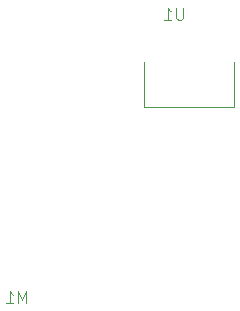
<source format=gbo>
%TF.GenerationSoftware,KiCad,Pcbnew,8.0.8*%
%TF.CreationDate,2025-02-12T14:25:55-08:00*%
%TF.ProjectId,jazmyn_hwsw,6a617a6d-796e-45f6-9877-73772e6b6963,rev?*%
%TF.SameCoordinates,Original*%
%TF.FileFunction,Legend,Bot*%
%TF.FilePolarity,Positive*%
%FSLAX46Y46*%
G04 Gerber Fmt 4.6, Leading zero omitted, Abs format (unit mm)*
G04 Created by KiCad (PCBNEW 8.0.8) date 2025-02-12 14:25:55*
%MOMM*%
%LPD*%
G01*
G04 APERTURE LIST*
%ADD10C,0.100000*%
G04 APERTURE END LIST*
D10*
X112871904Y-66427419D02*
X112871904Y-67236942D01*
X112871904Y-67236942D02*
X112824285Y-67332180D01*
X112824285Y-67332180D02*
X112776666Y-67379800D01*
X112776666Y-67379800D02*
X112681428Y-67427419D01*
X112681428Y-67427419D02*
X112490952Y-67427419D01*
X112490952Y-67427419D02*
X112395714Y-67379800D01*
X112395714Y-67379800D02*
X112348095Y-67332180D01*
X112348095Y-67332180D02*
X112300476Y-67236942D01*
X112300476Y-67236942D02*
X112300476Y-66427419D01*
X111300476Y-67427419D02*
X111871904Y-67427419D01*
X111586190Y-67427419D02*
X111586190Y-66427419D01*
X111586190Y-66427419D02*
X111681428Y-66570276D01*
X111681428Y-66570276D02*
X111776666Y-66665514D01*
X111776666Y-66665514D02*
X111871904Y-66713133D01*
X99579523Y-91407419D02*
X99579523Y-90407419D01*
X99579523Y-90407419D02*
X99246190Y-91121704D01*
X99246190Y-91121704D02*
X98912857Y-90407419D01*
X98912857Y-90407419D02*
X98912857Y-91407419D01*
X97912857Y-91407419D02*
X98484285Y-91407419D01*
X98198571Y-91407419D02*
X98198571Y-90407419D01*
X98198571Y-90407419D02*
X98293809Y-90550276D01*
X98293809Y-90550276D02*
X98389047Y-90645514D01*
X98389047Y-90645514D02*
X98484285Y-90693133D01*
%TO.C,U1*%
X109570000Y-71010000D02*
X109570000Y-74820000D01*
X109570000Y-74820000D02*
X117190000Y-74820000D01*
X117190000Y-74820000D02*
X117190000Y-71010000D01*
%TD*%
M02*

</source>
